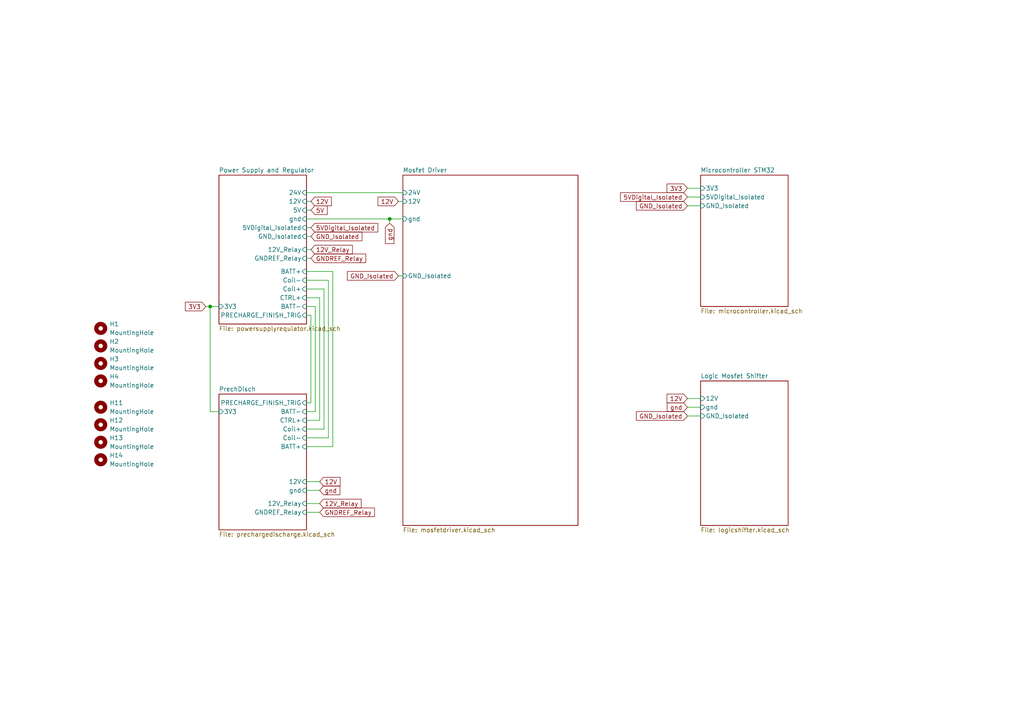
<source format=kicad_sch>
(kicad_sch (version 20250114) (generator "eeschema") (generator_version "9.0")
  (paper "A4")
  (lib_symbols
    (symbol "Mechanical:MountingHole" (pin_names (offset 1.016)) (exclude_from_sim yes) (in_bom no)
      (property "Reference" "H" (at 0 5.08 0))
      (property "Value" "MountingHole" (at 0 3.175 0))
      (symbol "MountingHole_0_1"
        (circle (center 0 0) (radius 1.27) (stroke (width 1.27)))
      )
    )
  )
  (junction (at 113.03 63.5))
  (junction (at 60.96 88.9))
  (wire (pts (xy 88.9 146.05) (xy 92.71 146.05)))
  (wire (pts (xy 96.52 78.74) (xy 96.52 129.54)))
  (wire (pts (xy 88.9 74.93) (xy 90.17 74.93)))
  (wire (pts (xy 88.9 63.5) (xy 113.03 63.5)))
  (wire (pts (xy 199.39 118.11) (xy 203.2 118.11)))
  (wire (pts (xy 113.03 63.5) (xy 113.03 64.77)))
  (wire (pts (xy 92.71 86.36) (xy 88.9 86.36)))
  (wire (pts (xy 115.57 58.42) (xy 116.84 58.42)))
  (wire (pts (xy 88.9 91.44) (xy 90.17 91.44)))
  (wire (pts (xy 95.25 127) (xy 88.9 127)))
  (wire (pts (xy 88.9 88.9) (xy 91.44 88.9)))
  (wire (pts (xy 90.17 116.84) (xy 88.9 116.84)))
  (wire (pts (xy 199.39 54.61) (xy 203.2 54.61)))
  (wire (pts (xy 91.44 88.9) (xy 91.44 119.38)))
  (wire (pts (xy 95.25 81.28) (xy 95.25 127)))
  (wire (pts (xy 59.69 88.9) (xy 60.96 88.9)))
  (wire (pts (xy 203.2 115.57) (xy 199.39 115.57)))
  (wire (pts (xy 88.9 66.04) (xy 90.17 66.04)))
  (wire (pts (xy 88.9 60.96) (xy 90.17 60.96)))
  (wire (pts (xy 88.9 142.24) (xy 92.71 142.24)))
  (wire (pts (xy 60.96 88.9) (xy 63.5 88.9)))
  (wire (pts (xy 88.9 72.39) (xy 90.17 72.39)))
  (wire (pts (xy 88.9 139.7) (xy 92.71 139.7)))
  (wire (pts (xy 115.57 80.01) (xy 116.84 80.01)))
  (wire (pts (xy 88.9 124.46) (xy 93.98 124.46)))
  (wire (pts (xy 88.9 129.54) (xy 96.52 129.54)))
  (wire (pts (xy 88.9 78.74) (xy 96.52 78.74)))
  (wire (pts (xy 88.9 68.58) (xy 90.17 68.58)))
  (wire (pts (xy 113.03 63.5) (xy 116.84 63.5)))
  (wire (pts (xy 88.9 121.92) (xy 92.71 121.92)))
  (wire (pts (xy 203.2 57.15) (xy 199.39 57.15)))
  (wire (pts (xy 88.9 148.59) (xy 92.71 148.59)))
  (wire (pts (xy 88.9 58.42) (xy 90.17 58.42)))
  (wire (pts (xy 88.9 81.28) (xy 95.25 81.28)))
  (wire (pts (xy 88.9 55.88) (xy 116.84 55.88)))
  (wire (pts (xy 199.39 59.69) (xy 203.2 59.69)))
  (wire (pts (xy 88.9 83.82) (xy 93.98 83.82)))
  (wire (pts (xy 90.17 91.44) (xy 90.17 116.84)))
  (wire (pts (xy 199.39 120.65) (xy 203.2 120.65)))
  (wire (pts (xy 60.96 88.9) (xy 60.96 119.38)))
  (wire (pts (xy 91.44 119.38) (xy 88.9 119.38)))
  (wire (pts (xy 93.98 83.82) (xy 93.98 124.46)))
  (wire (pts (xy 92.71 121.92) (xy 92.71 86.36)))
  (wire (pts (xy 60.96 119.38) (xy 63.5 119.38)))
  (global_label "GND_Isolated" (shape input) (at 199.39 59.69 180) (property "Intersheetrefs" "${INTERSHEET_REFS}" (effects (hide yes))))
  (global_label "GNDREF_Relay" (shape input) (at 90.17 74.93 0) (property "Intersheetrefs" "${INTERSHEET_REFS}" (effects (hide yes))))
  (global_label "gnd" (shape input) (at 113.03 64.77 270) (property "Intersheetrefs" "${INTERSHEET_REFS}" (effects (hide yes))))
  (global_label "3V3" (shape input) (at 199.39 54.61 180) (property "Intersheetrefs" "${INTERSHEET_REFS}" (effects (hide yes))))
  (global_label "5VDigital_Isolated" (shape input) (at 90.17 66.04 0) (property "Intersheetrefs" "${INTERSHEET_REFS}" (effects (hide yes))))
  (global_label "5V" (shape input) (at 90.17 60.96 0) (property "Intersheetrefs" "${INTERSHEET_REFS}" (effects (hide yes))))
  (global_label "12V" (shape input) (at 90.17 58.42 0) (property "Intersheetrefs" "${INTERSHEET_REFS}" (effects (hide yes))))
  (global_label "GND_Isolated" (shape input) (at 199.39 120.65 180) (property "Intersheetrefs" "${INTERSHEET_REFS}" (effects (hide yes))))
  (global_label "12V_Relay" (shape input) (at 90.17 72.39 0) (property "Intersheetrefs" "${INTERSHEET_REFS}" (effects (hide yes))))
  (global_label "12V" (shape input) (at 199.39 115.57 180) (property "Intersheetrefs" "${INTERSHEET_REFS}" (effects (hide yes))))
  (global_label "12V_Relay" (shape input) (at 92.71 146.05 0) (property "Intersheetrefs" "${INTERSHEET_REFS}" (effects (hide yes))))
  (global_label "GNDREF_Relay" (shape input) (at 92.71 148.59 0) (property "Intersheetrefs" "${INTERSHEET_REFS}" (effects (hide yes))))
  (global_label "GND_Isolated" (shape input) (at 90.17 68.58 0) (property "Intersheetrefs" "${INTERSHEET_REFS}" (effects (hide yes))))
  (global_label "5VDigital_Isolated" (shape input) (at 199.39 57.15 180) (property "Intersheetrefs" "${INTERSHEET_REFS}" (effects (hide yes))))
  (global_label "12V" (shape input) (at 92.71 139.7 0) (property "Intersheetrefs" "${INTERSHEET_REFS}" (effects (hide yes))))
  (global_label "12V" (shape input) (at 115.57 58.42 180) (property "Intersheetrefs" "${INTERSHEET_REFS}" (effects (hide yes))))
  (global_label "3V3" (shape input) (at 59.69 88.9 180) (property "Intersheetrefs" "${INTERSHEET_REFS}" (effects (hide yes))))
  (global_label "GND_Isolated" (shape input) (at 115.57 80.01 180) (property "Intersheetrefs" "${INTERSHEET_REFS}" (effects (hide yes))))
  (global_label "gnd" (shape input) (at 199.39 118.11 180) (property "Intersheetrefs" "${INTERSHEET_REFS}" (effects (hide yes))))
  (global_label "gnd" (shape input) (at 92.71 142.24 0) (property "Intersheetrefs" "${INTERSHEET_REFS}" (effects (hide yes))))
  (symbol (lib_id "Mechanical:MountingHole") (at 29.21 123.19 0) (unit 1) (exclude_from_sim yes) (in_bom no)
    (property "Reference" "H12" (at 31.75 121.9199 0) (effects (justify left)))
    (property "Value" "MountingHole" (at 31.75 124.4599 0) (effects (justify left)))
    (property "Footprint" "MountingHole:MountingHole_6.4mm_M6" (effects (hide yes)))
    (property "Description" "Mounting Hole without connection" (effects (hide yes)))
  )
  (symbol (lib_id "Mechanical:MountingHole") (at 29.21 100.33 0) (unit 1) (exclude_from_sim yes) (in_bom no)
    (property "Reference" "H2" (at 31.75 99.0599 0) (effects (justify left)))
    (property "Value" "MountingHole" (at 31.75 101.5999 0) (effects (justify left)))
    (property "Footprint" "MountingHole:MountingHole_3.2mm_M3_Pad" (effects (hide yes)))
    (property "Description" "Mounting Hole without connection" (effects (hide yes)))
  )
  (symbol (lib_id "Mechanical:MountingHole") (at 29.21 105.41 0) (unit 1) (exclude_from_sim yes) (in_bom no)
    (property "Reference" "H3" (at 31.75 104.1399 0) (effects (justify left)))
    (property "Value" "MountingHole" (at 31.75 106.6799 0) (effects (justify left)))
    (property "Footprint" "MountingHole:MountingHole_3.2mm_M3_Pad" (effects (hide yes)))
    (property "Description" "Mounting Hole without connection" (effects (hide yes)))
  )
  (symbol (lib_id "Mechanical:MountingHole") (at 29.21 110.49 0) (unit 1) (exclude_from_sim yes) (in_bom no)
    (property "Reference" "H4" (at 31.75 109.2199 0) (effects (justify left)))
    (property "Value" "MountingHole" (at 31.75 111.7599 0) (effects (justify left)))
    (property "Footprint" "MountingHole:MountingHole_3.2mm_M3_Pad" (effects (hide yes)))
    (property "Description" "Mounting Hole without connection" (effects (hide yes)))
  )
  (symbol (lib_id "Mechanical:MountingHole") (at 29.21 128.27 0) (unit 1) (exclude_from_sim yes) (in_bom no)
    (property "Reference" "H13" (at 31.75 126.9999 0) (effects (justify left)))
    (property "Value" "MountingHole" (at 31.75 129.5399 0) (effects (justify left)))
    (property "Footprint" "MountingHole:MountingHole_6.4mm_M6" (effects (hide yes)))
    (property "Description" "Mounting Hole without connection" (effects (hide yes)))
  )
  (symbol (lib_id "Mechanical:MountingHole") (at 29.21 133.35 0) (unit 1) (exclude_from_sim yes) (in_bom no)
    (property "Reference" "H14" (at 31.75 132.0799 0) (effects (justify left)))
    (property "Value" "MountingHole" (at 31.75 134.6199 0) (effects (justify left)))
    (property "Footprint" "MountingHole:MountingHole_6.4mm_M6" (effects (hide yes)))
    (property "Description" "Mounting Hole without connection" (effects (hide yes)))
  )
  (symbol (lib_id "Mechanical:MountingHole") (at 29.21 95.25 0) (unit 1) (exclude_from_sim yes) (in_bom no)
    (property "Reference" "H1" (at 31.75 93.9799 0) (effects (justify left)))
    (property "Value" "MountingHole" (at 31.75 96.5199 0) (effects (justify left)))
    (property "Footprint" "MountingHole:MountingHole_3.2mm_M3_Pad" (effects (hide yes)))
    (property "Description" "Mounting Hole without connection" (effects (hide yes)))
  )
  (symbol (lib_id "Mechanical:MountingHole") (at 29.21 118.11 0) (unit 1) (exclude_from_sim yes) (in_bom no)
    (property "Reference" "H11" (at 31.75 116.8399 0) (effects (justify left)))
    (property "Value" "MountingHole" (at 31.75 119.3799 0) (effects (justify left)))
    (property "Footprint" "MountingHole:MountingHole_6.4mm_M6" (effects (hide yes)))
    (property "Description" "Mounting Hole without connection" (effects (hide yes)))
  )
  (sheet (at 203.2 50.8) (size 25.4 38.1) (stroke (width 0.1524))
    (property "Sheetname" "Microcontroller STM32" (at 203.2 50.0884 0) (effects (justify left bottom)))
    (property "Sheetfile" "microcontroller.kicad_sch" (at 203.2 89.4846 0) (effects (justify left top)))
    (pin "3V3" input (at 203.2 54.61 180))
    (pin "5VDigital_Isolated" input (at 203.2 57.15 180))
    (pin "GND_Isolated" input (at 203.2 59.69 180))
  )
  (sheet (at 63.5 114.3) (size 25.4 39.37) (stroke (width 0.1524))
    (property "Sheetname" "PrechDisch" (at 63.5 113.5884 0) (effects (justify left bottom)))
    (property "Sheetfile" "prechargedischarge.kicad_sch" (at 63.5 154.2546 0) (effects (justify left top)))
    (pin "12V" input (at 88.9 139.7 0))
    (pin "BATT+" input (at 88.9 129.54 0))
    (pin "gnd" input (at 88.9 142.24 0))
    (pin "Coil+" input (at 88.9 124.46 0))
    (pin "Coil-" input (at 88.9 127 0))
    (pin "12V_Relay" input (at 88.9 146.05 0))
    (pin "GNDREF_Relay" input (at 88.9 148.59 0))
    (pin "BATT-" input (at 88.9 119.38 0))
    (pin "CTRL+" input (at 88.9 121.92 0))
    (pin "PRECHARGE_FINISH_TRIG" input (at 88.9 116.84 0))
    (pin "3V3" input (at 63.5 119.38 180))
  )
  (sheet (at 116.84 50.8) (size 50.8 101.6) (stroke (width 0.1524))
    (property "Sheetname" "Mosfet Driver" (at 116.84 50.0884 0) (effects (justify left bottom)))
    (property "Sheetfile" "mosfetdriver.kicad_sch" (at 116.84 152.9846 0) (effects (justify left top)))
    (pin "GND_Isolated" input (at 116.84 80.01 180))
    (pin "24V" input (at 116.84 55.88 180))
    (pin "gnd" input (at 116.84 63.5 180))
    (pin "12V" input (at 116.84 58.42 180))
  )
  (sheet (at 203.2 110.49) (size 25.4 41.91) (stroke (width 0.1524))
    (property "Sheetname" "Logic Mosfet Shifter" (at 203.2 109.7784 0) (effects (justify left bottom)))
    (property "Sheetfile" "logicshifter.kicad_sch" (at 203.2 152.9846 0) (effects (justify left top)))
    (pin "12V" input (at 203.2 115.57 180))
    (pin "GND_Isolated" input (at 203.2 120.65 180))
    (pin "gnd" input (at 203.2 118.11 180))
  )
  (sheet (at 63.5 50.8) (size 25.4 43.18) (stroke (width 0.1524))
    (property "Sheetname" "Power Supply and Regulator" (at 63.5 50.0884 0) (effects (justify left bottom)))
    (property "Sheetfile" "powersupplyrequlator.kicad_sch" (at 63.5 94.5646 0) (effects (justify left top)))
    (pin "5VDigital_Isolated" input (at 88.9 66.04 0))
    (pin "12V" input (at 88.9 58.42 0))
    (pin "24V" input (at 88.9 55.88 0))
    (pin "BATT+" input (at 88.9 78.74 0))
    (pin "Coil+" input (at 88.9 83.82 0))
    (pin "Coil-" input (at 88.9 81.28 0))
    (pin "gnd" input (at 88.9 63.5 0))
    (pin "GND_Isolated" input (at 88.9 68.58 0))
    (pin "5V" input (at 88.9 60.96 0))
    (pin "12V_Relay" input (at 88.9 72.39 0))
    (pin "GNDREF_Relay" input (at 88.9 74.93 0))
    (pin "BATT-" input (at 88.9 88.9 0))
    (pin "CTRL+" input (at 88.9 86.36 0))
    (pin "PRECHARGE_FINISH_TRIG" input (at 88.9 91.44 0))
    (pin "3V3" input (at 63.5 88.9 180))
  )
)
</source>
